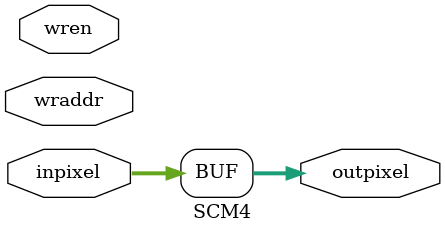
<source format=v>
`timescale 1ns / 1ps


module SCM4(input [5:0]wren, input[6:0]wraddr, input [11:0]inpixel, output reg [11:0] outpixel);
    
    always @*
    begin
        //if (wren[5:0] == 6'b000100)
            outpixel = inpixel;
    end
    
endmodule

</source>
